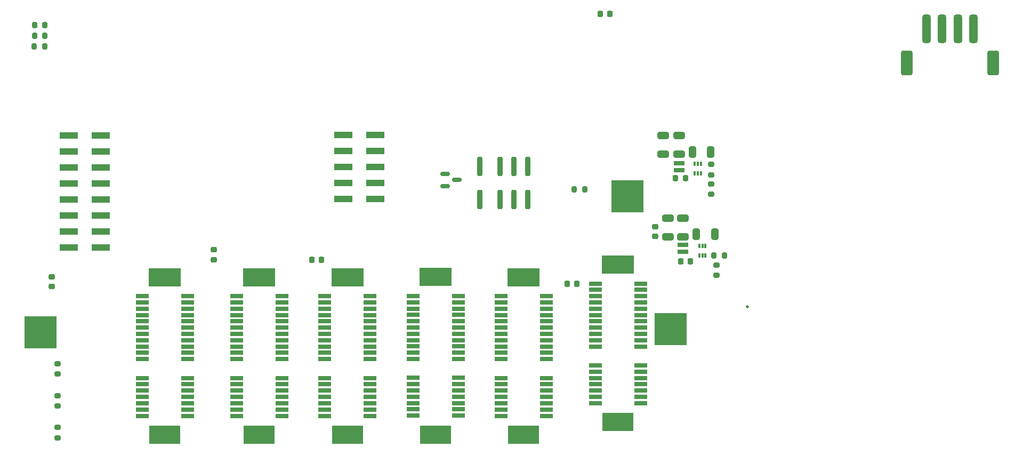
<source format=gbr>
%TF.GenerationSoftware,KiCad,Pcbnew,8.0.5*%
%TF.CreationDate,2024-11-08T09:24:58+00:00*%
%TF.ProjectId,Main_V44,4d61696e-5f56-4343-942e-6b696361645f,rev?*%
%TF.SameCoordinates,Original*%
%TF.FileFunction,Paste,Top*%
%TF.FilePolarity,Positive*%
%FSLAX46Y46*%
G04 Gerber Fmt 4.6, Leading zero omitted, Abs format (unit mm)*
G04 Created by KiCad (PCBNEW 8.0.5) date 2024-11-08 09:24:58*
%MOMM*%
%LPD*%
G01*
G04 APERTURE LIST*
G04 Aperture macros list*
%AMRoundRect*
0 Rectangle with rounded corners*
0 $1 Rounding radius*
0 $2 $3 $4 $5 $6 $7 $8 $9 X,Y pos of 4 corners*
0 Add a 4 corners polygon primitive as box body*
4,1,4,$2,$3,$4,$5,$6,$7,$8,$9,$2,$3,0*
0 Add four circle primitives for the rounded corners*
1,1,$1+$1,$2,$3*
1,1,$1+$1,$4,$5*
1,1,$1+$1,$6,$7*
1,1,$1+$1,$8,$9*
0 Add four rect primitives between the rounded corners*
20,1,$1+$1,$2,$3,$4,$5,0*
20,1,$1+$1,$4,$5,$6,$7,0*
20,1,$1+$1,$6,$7,$8,$9,0*
20,1,$1+$1,$8,$9,$2,$3,0*%
G04 Aperture macros list end*
%ADD10C,0.500000*%
%ADD11R,5.100000X5.100000*%
%ADD12RoundRect,0.225000X0.225000X0.250000X-0.225000X0.250000X-0.225000X-0.250000X0.225000X-0.250000X0*%
%ADD13RoundRect,0.250000X0.325000X0.650000X-0.325000X0.650000X-0.325000X-0.650000X0.325000X-0.650000X0*%
%ADD14R,3.000000X1.000000*%
%ADD15R,2.000000X0.700000*%
%ADD16R,5.200000X3.000000*%
%ADD17R,5.000000X3.000000*%
%ADD18RoundRect,0.250000X0.650000X-0.325000X0.650000X0.325000X-0.650000X0.325000X-0.650000X-0.325000X0*%
%ADD19RoundRect,0.200000X0.275000X-0.200000X0.275000X0.200000X-0.275000X0.200000X-0.275000X-0.200000X0*%
%ADD20RoundRect,0.200000X-0.200000X-0.275000X0.200000X-0.275000X0.200000X0.275000X-0.200000X0.275000X0*%
%ADD21RoundRect,0.325000X-0.325000X-1.925000X0.325000X-1.925000X0.325000X1.925000X-0.325000X1.925000X0*%
%ADD22RoundRect,0.300001X-0.599999X-1.649999X0.599999X-1.649999X0.599999X1.649999X-0.599999X1.649999X0*%
%ADD23R,1.803400X0.711200*%
%ADD24RoundRect,0.225000X0.250000X-0.225000X0.250000X0.225000X-0.250000X0.225000X-0.250000X-0.225000X0*%
%ADD25RoundRect,0.200000X0.200000X-1.350000X0.200000X1.350000X-0.200000X1.350000X-0.200000X-1.350000X0*%
%ADD26R,0.340000X0.700000*%
%ADD27RoundRect,0.225000X-0.250000X0.225000X-0.250000X-0.225000X0.250000X-0.225000X0.250000X0.225000X0*%
%ADD28RoundRect,0.200000X-0.275000X0.200000X-0.275000X-0.200000X0.275000X-0.200000X0.275000X0.200000X0*%
%ADD29RoundRect,0.225000X-0.225000X-0.250000X0.225000X-0.250000X0.225000X0.250000X-0.225000X0.250000X0*%
%ADD30RoundRect,0.150000X-0.587500X-0.150000X0.587500X-0.150000X0.587500X0.150000X-0.587500X0.150000X0*%
%ADD31RoundRect,0.200000X0.200000X0.275000X-0.200000X0.275000X-0.200000X-0.275000X0.200000X-0.275000X0*%
G04 APERTURE END LIST*
D10*
%TO.C,TP1*%
X124950000Y-31650000D03*
%TD*%
D11*
%TO.C,J30*%
X112699800Y-35255200D03*
%TD*%
D12*
%TO.C,C56*%
X57300000Y-24200000D03*
X55750000Y-24200000D03*
%TD*%
D13*
%TO.C,C2*%
X119788200Y-20193000D03*
X116838200Y-20193000D03*
%TD*%
D12*
%TO.C,C58*%
X97879200Y-28067000D03*
X96329200Y-28067000D03*
%TD*%
D14*
%TO.C,J2*%
X17155000Y-22275000D03*
X17155000Y-19735000D03*
X17155000Y-17195000D03*
X17155000Y-14655000D03*
X17155000Y-12115000D03*
X17155000Y-9575000D03*
X17155000Y-7035000D03*
X17155000Y-4495000D03*
X22195000Y-22275000D03*
X22195000Y-19735000D03*
X22195000Y-17195000D03*
X22195000Y-14655000D03*
X22195000Y-12115000D03*
X22195000Y-9575000D03*
X22195000Y-7035000D03*
X22195000Y-4495000D03*
%TD*%
D15*
%TO.C,U17*%
X65000000Y-30000000D03*
X65000000Y-31000000D03*
X65000000Y-32000000D03*
X65000000Y-33000000D03*
X65000000Y-34000000D03*
X65000000Y-35000000D03*
X65000000Y-36000000D03*
X65000000Y-37000000D03*
X65000000Y-38000000D03*
X65000000Y-39000000D03*
X65000000Y-40000000D03*
X65000000Y-43000000D03*
X65000000Y-44000000D03*
X65000000Y-45000000D03*
X65000000Y-46000000D03*
X65000000Y-47000000D03*
X65000000Y-48000000D03*
X65000000Y-49000000D03*
X57800000Y-30000000D03*
X57800000Y-31000000D03*
X57800000Y-32000000D03*
X57800000Y-33000000D03*
X57800000Y-34000000D03*
X57800000Y-35000000D03*
X57800000Y-36000000D03*
X57800000Y-37000000D03*
X57800000Y-38000000D03*
X57800000Y-39000000D03*
X57800000Y-40000000D03*
X57800000Y-43000000D03*
X57800000Y-44000000D03*
X57800000Y-45000000D03*
X57800000Y-46000000D03*
X57800000Y-47000000D03*
X57800000Y-48000000D03*
X57800000Y-49000000D03*
D16*
X61400000Y-27000000D03*
D17*
X61400000Y-52000000D03*
%TD*%
D18*
%TO.C,C13*%
X114071400Y-7444000D03*
X114071400Y-4494000D03*
%TD*%
D19*
%TO.C,R49*%
X15367000Y-42354000D03*
X15367000Y-40704000D03*
%TD*%
D11*
%TO.C,J29*%
X105867200Y-14147800D03*
%TD*%
D20*
%TO.C,R47*%
X97445000Y-13080000D03*
X99095000Y-13080000D03*
%TD*%
D18*
%TO.C,C9*%
X114681000Y-20575800D03*
X114681000Y-17625800D03*
%TD*%
D14*
%TO.C,J3*%
X65795000Y-4445000D03*
X65795000Y-6985000D03*
X65795000Y-9525000D03*
X65795000Y-12065000D03*
X65795000Y-14605000D03*
X60755000Y-4445000D03*
X60755000Y-6985000D03*
X60755000Y-9525000D03*
X60755000Y-12065000D03*
X60755000Y-14605000D03*
%TD*%
D21*
%TO.C,J1*%
X153349000Y12400400D03*
X155849000Y12400400D03*
X158349000Y12400400D03*
X160849000Y12400400D03*
D22*
X150249000Y7050400D03*
X163949000Y7050400D03*
%TD*%
D23*
%TO.C,L2*%
X114122200Y-8928100D03*
X114122200Y-10020300D03*
%TD*%
D24*
%TO.C,C55*%
X40200000Y-24200000D03*
X40200000Y-22650000D03*
%TD*%
D15*
%TO.C,U15*%
X93000000Y-30000000D03*
X93000000Y-31000000D03*
X93000000Y-32000000D03*
X93000000Y-33000000D03*
X93000000Y-34000000D03*
X93000000Y-35000000D03*
X93000000Y-36000000D03*
X93000000Y-37000000D03*
X93000000Y-38000000D03*
X93000000Y-39000000D03*
X93000000Y-40000000D03*
X93000000Y-43000000D03*
X93000000Y-44000000D03*
X93000000Y-45000000D03*
X93000000Y-46000000D03*
X93000000Y-47000000D03*
X93000000Y-48000000D03*
X93000000Y-49000000D03*
X85800000Y-30000000D03*
X85800000Y-31000000D03*
X85800000Y-32000000D03*
X85800000Y-33000000D03*
X85800000Y-34000000D03*
X85800000Y-35000000D03*
X85800000Y-36000000D03*
X85800000Y-37000000D03*
X85800000Y-38000000D03*
X85800000Y-39000000D03*
X85800000Y-40000000D03*
X85800000Y-43000000D03*
X85800000Y-44000000D03*
X85800000Y-45000000D03*
X85800000Y-46000000D03*
X85800000Y-47000000D03*
X85800000Y-48000000D03*
X85800000Y-49000000D03*
D16*
X89400000Y-27000000D03*
D17*
X89400000Y-52000000D03*
%TD*%
D18*
%TO.C,C8*%
X112318800Y-20601200D03*
X112318800Y-17651200D03*
%TD*%
D12*
%TO.C,C51*%
X103111600Y14782800D03*
X101561600Y14782800D03*
%TD*%
D25*
%TO.C,K1*%
X82407600Y-14689600D03*
X85607600Y-14689600D03*
X87807600Y-14689600D03*
X90007600Y-14689600D03*
X90007600Y-9389600D03*
X87807600Y-9389600D03*
X85607600Y-9389600D03*
X82407600Y-9389600D03*
%TD*%
D23*
%TO.C,L1*%
X114706400Y-21882100D03*
X114706400Y-22974300D03*
%TD*%
D11*
%TO.C,J31*%
X12649200Y-35763200D03*
%TD*%
D19*
%TO.C,R50*%
X15367000Y-52488600D03*
X15367000Y-50838600D03*
%TD*%
%TO.C,R24*%
X119176800Y-10731000D03*
X119176800Y-9081000D03*
%TD*%
D26*
%TO.C,U1*%
X118279800Y-22059200D03*
X117779800Y-22059200D03*
X117279800Y-22059200D03*
X117279800Y-23559200D03*
X117779800Y-23559200D03*
X118279800Y-23559200D03*
%TD*%
D15*
%TO.C,U19*%
X36000000Y-30000000D03*
X36000000Y-31000000D03*
X36000000Y-32000000D03*
X36000000Y-33000000D03*
X36000000Y-34000000D03*
X36000000Y-35000000D03*
X36000000Y-36000000D03*
X36000000Y-37000000D03*
X36000000Y-38000000D03*
X36000000Y-39000000D03*
X36000000Y-40000000D03*
X36000000Y-43000000D03*
X36000000Y-44000000D03*
X36000000Y-45000000D03*
X36000000Y-46000000D03*
X36000000Y-47000000D03*
X36000000Y-48000000D03*
X36000000Y-49000000D03*
X28800000Y-30000000D03*
X28800000Y-31000000D03*
X28800000Y-32000000D03*
X28800000Y-33000000D03*
X28800000Y-34000000D03*
X28800000Y-35000000D03*
X28800000Y-36000000D03*
X28800000Y-37000000D03*
X28800000Y-38000000D03*
X28800000Y-39000000D03*
X28800000Y-40000000D03*
X28800000Y-43000000D03*
X28800000Y-44000000D03*
X28800000Y-45000000D03*
X28800000Y-46000000D03*
X28800000Y-47000000D03*
X28800000Y-48000000D03*
X28800000Y-49000000D03*
D16*
X32400000Y-27000000D03*
D17*
X32400000Y-52000000D03*
%TD*%
D15*
%TO.C,U16*%
X79010000Y-29980000D03*
X79010000Y-30980000D03*
X79010000Y-31980000D03*
X79010000Y-32980000D03*
X79010000Y-33980000D03*
X79010000Y-34980000D03*
X79010000Y-35980000D03*
X79010000Y-36980000D03*
X79010000Y-37980000D03*
X79010000Y-38980000D03*
X79010000Y-39980000D03*
X79010000Y-42980000D03*
X79010000Y-43980000D03*
X79010000Y-44980000D03*
X79010000Y-45980000D03*
X79010000Y-46980000D03*
X79010000Y-47980000D03*
X79010000Y-48980000D03*
X71810000Y-29980000D03*
X71810000Y-30980000D03*
X71810000Y-31980000D03*
X71810000Y-32980000D03*
X71810000Y-33980000D03*
X71810000Y-34980000D03*
X71810000Y-35980000D03*
X71810000Y-36980000D03*
X71810000Y-37980000D03*
X71810000Y-38980000D03*
X71810000Y-39980000D03*
X71810000Y-42980000D03*
X71810000Y-43980000D03*
X71810000Y-44980000D03*
X71810000Y-45980000D03*
X71810000Y-46980000D03*
X71810000Y-47980000D03*
X71810000Y-48980000D03*
D16*
X75410000Y-26980000D03*
D17*
X75410000Y-51980000D03*
%TD*%
D27*
%TO.C,C57*%
X14450000Y-26950000D03*
X14450000Y-28500000D03*
%TD*%
D20*
%TO.C,R71*%
X11722600Y13004800D03*
X13372600Y13004800D03*
%TD*%
D18*
%TO.C,C14*%
X111582200Y-7444000D03*
X111582200Y-4494000D03*
%TD*%
D20*
%TO.C,R72*%
X11722600Y11328400D03*
X13372600Y11328400D03*
%TD*%
D28*
%TO.C,R23*%
X119989600Y-25057600D03*
X119989600Y-26707600D03*
%TD*%
D15*
%TO.C,U18*%
X51000000Y-30000000D03*
X51000000Y-31000000D03*
X51000000Y-32000000D03*
X51000000Y-33000000D03*
X51000000Y-34000000D03*
X51000000Y-35000000D03*
X51000000Y-36000000D03*
X51000000Y-37000000D03*
X51000000Y-38000000D03*
X51000000Y-39000000D03*
X51000000Y-40000000D03*
X51000000Y-43000000D03*
X51000000Y-44000000D03*
X51000000Y-45000000D03*
X51000000Y-46000000D03*
X51000000Y-47000000D03*
X51000000Y-48000000D03*
X51000000Y-49000000D03*
X43800000Y-30000000D03*
X43800000Y-31000000D03*
X43800000Y-32000000D03*
X43800000Y-33000000D03*
X43800000Y-34000000D03*
X43800000Y-35000000D03*
X43800000Y-36000000D03*
X43800000Y-37000000D03*
X43800000Y-38000000D03*
X43800000Y-39000000D03*
X43800000Y-40000000D03*
X43800000Y-43000000D03*
X43800000Y-44000000D03*
X43800000Y-45000000D03*
X43800000Y-46000000D03*
X43800000Y-47000000D03*
X43800000Y-48000000D03*
X43800000Y-49000000D03*
D16*
X47400000Y-27000000D03*
D17*
X47400000Y-52000000D03*
%TD*%
D26*
%TO.C,U8*%
X117543200Y-9003600D03*
X117043200Y-9003600D03*
X116543200Y-9003600D03*
X116543200Y-10503600D03*
X117043200Y-10503600D03*
X117543200Y-10503600D03*
%TD*%
D29*
%TO.C,C3*%
X114312400Y-24485600D03*
X115862400Y-24485600D03*
%TD*%
D19*
%TO.C,R25*%
X119176800Y-13829800D03*
X119176800Y-12179800D03*
%TD*%
D29*
%TO.C,C12*%
X113537400Y-11303000D03*
X115087400Y-11303000D03*
%TD*%
D30*
%TO.C,Q1*%
X76913500Y-10607000D03*
X76913500Y-12507000D03*
X78788500Y-11557000D03*
%TD*%
D24*
%TO.C,C5*%
X110261400Y-20536200D03*
X110261400Y-18986200D03*
%TD*%
D31*
%TO.C,R26*%
X121271800Y-23571200D03*
X119621800Y-23571200D03*
%TD*%
D20*
%TO.C,R73*%
X11671800Y9601200D03*
X13321800Y9601200D03*
%TD*%
D19*
%TO.C,R48*%
X15367000Y-47434000D03*
X15367000Y-45784000D03*
%TD*%
D15*
%TO.C,U14*%
X108000000Y-28000000D03*
X108000000Y-29000000D03*
X108000000Y-30000000D03*
X108000000Y-31000000D03*
X108000000Y-32000000D03*
X108000000Y-33000000D03*
X108000000Y-34000000D03*
X108000000Y-35000000D03*
X108000000Y-36000000D03*
X108000000Y-37000000D03*
X108000000Y-38000000D03*
X108000000Y-41000000D03*
X108000000Y-42000000D03*
X108000000Y-43000000D03*
X108000000Y-44000000D03*
X108000000Y-45000000D03*
X108000000Y-46000000D03*
X108000000Y-47000000D03*
X100800000Y-28000000D03*
X100800000Y-29000000D03*
X100800000Y-30000000D03*
X100800000Y-31000000D03*
X100800000Y-32000000D03*
X100800000Y-33000000D03*
X100800000Y-34000000D03*
X100800000Y-35000000D03*
X100800000Y-36000000D03*
X100800000Y-37000000D03*
X100800000Y-38000000D03*
X100800000Y-41000000D03*
X100800000Y-42000000D03*
X100800000Y-43000000D03*
X100800000Y-44000000D03*
X100800000Y-45000000D03*
X100800000Y-46000000D03*
X100800000Y-47000000D03*
D16*
X104400000Y-25000000D03*
D17*
X104400000Y-50000000D03*
%TD*%
D13*
%TO.C,C11*%
X119127800Y-7112000D03*
X116177800Y-7112000D03*
%TD*%
M02*

</source>
